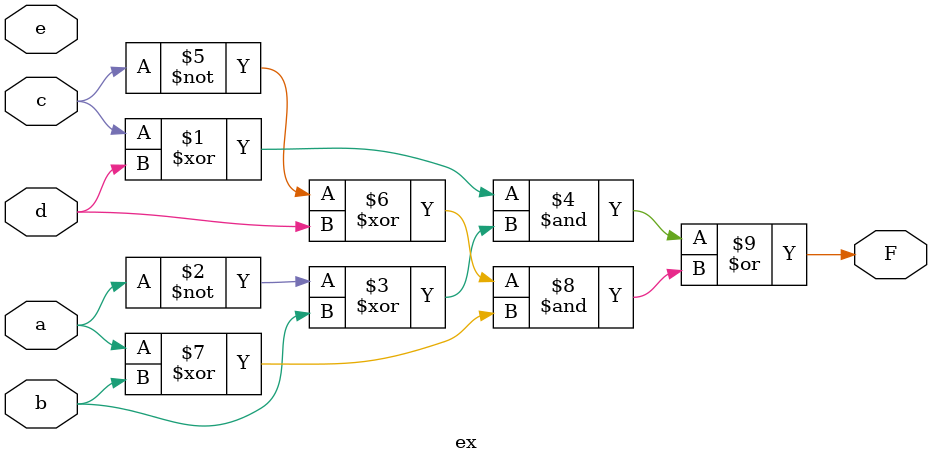
<source format=v>

module ex ( 
    a, b, c, d, e,
    F  );
  input  a, b, c, d, e;
  output F;
  assign F = ((c ^ d) & (~a ^ b)) | ((~c ^ d) & (a ^ b));
endmodule



</source>
